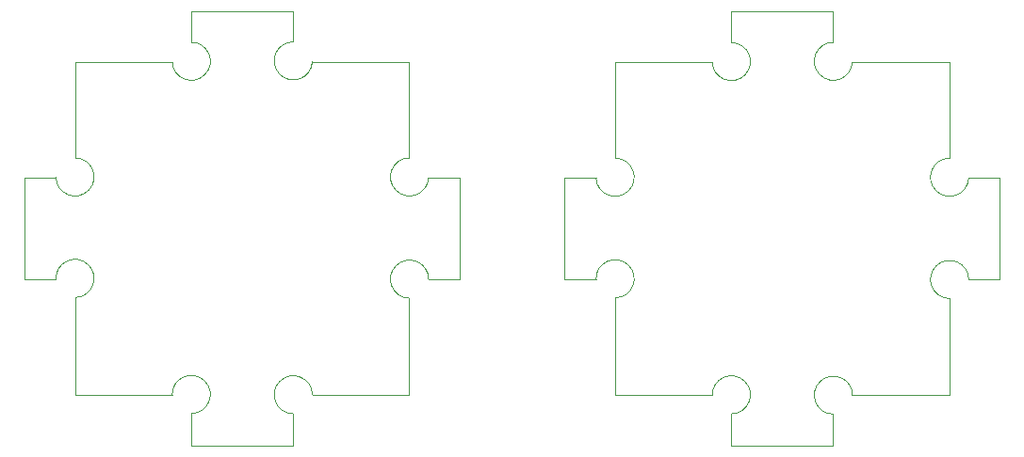
<source format=gbr>
G04 #@! TF.GenerationSoftware,KiCad,Pcbnew,(5.1.2-1)-1*
G04 #@! TF.CreationDate,2019-05-15T15:10:05-07:00*
G04 #@! TF.ProjectId,Box2Side2,426f7832-5369-4646-9532-2e6b69636164,rev?*
G04 #@! TF.SameCoordinates,Original*
G04 #@! TF.FileFunction,Profile,NP*
%FSLAX46Y46*%
G04 Gerber Fmt 4.6, Leading zero omitted, Abs format (unit mm)*
G04 Created by KiCad (PCBNEW (5.1.2-1)-1) date 2019-05-15 15:10:05*
%MOMM*%
%LPD*%
G04 APERTURE LIST*
%ADD10C,0.050800*%
G04 APERTURE END LIST*
D10*
X146876209Y-27200017D02*
X138165036Y-27200017D01*
X136429813Y-46772011D02*
G75*
G02X138165036Y-48417278I1713108J69091D01*
G01*
X133617827Y-46772012D02*
X136429813Y-46772012D01*
X148593057Y-25436090D02*
G75*
G02X146876209Y-27200017I-3061J-1714497D01*
G01*
X136429549Y-37628012D02*
X133617827Y-37628012D01*
X133617827Y-37628012D02*
X133617827Y-46772012D01*
X138165037Y-35851360D02*
G75*
G02X136429549Y-37628012I-22120J-1714357D01*
G01*
X148593057Y-22652782D02*
X148593057Y-25436090D01*
X157737032Y-22652782D02*
X148593057Y-22652782D01*
X157737032Y-25404282D02*
X157737032Y-22652782D01*
X159471714Y-27200018D02*
G75*
G02X157737032Y-25404282I-1712568J81379D01*
G01*
X168165053Y-27200017D02*
X159471714Y-27200017D01*
X168165053Y-35851713D02*
X168165053Y-27200017D01*
X169919595Y-37628012D02*
G75*
G02X168165053Y-35851713I-1713367J62294D01*
G01*
X172712262Y-37628012D02*
X169919596Y-37628012D01*
X172712262Y-46772012D02*
X172712262Y-37628012D01*
X169920720Y-46772012D02*
X172712262Y-46772012D01*
X168165054Y-48480823D02*
G75*
G02X169920720Y-46772012I41174J1714006D01*
G01*
X168165053Y-57200008D02*
X168165053Y-48480822D01*
X159473555Y-57200008D02*
X168165053Y-57200008D01*
X157737032Y-58896306D02*
G75*
G02X159473555Y-57200008I22118J1714357D01*
G01*
X157737032Y-61747243D02*
X157737032Y-58896306D01*
X148593057Y-61747243D02*
X157737032Y-61747243D01*
X138165036Y-57200008D02*
X146876229Y-57200008D01*
X138165036Y-48417278D02*
X138165036Y-57200008D01*
X138165036Y-27200017D02*
X138165036Y-35851359D01*
X148593057Y-58864498D02*
X148593057Y-61747243D01*
X146876228Y-57200008D02*
G75*
G02X148593057Y-58864498I1713772J50008D01*
G01*
X89625886Y-27168068D02*
X89625886Y-35819410D01*
X85078677Y-37596063D02*
X85078677Y-46740063D01*
X124173112Y-46740063D02*
X124173112Y-37596063D01*
X121381570Y-46740063D02*
X124173112Y-46740063D01*
X109197882Y-61715294D02*
X109197882Y-58864357D01*
X100053907Y-61715294D02*
X109197882Y-61715294D01*
X89625886Y-48385329D02*
X89625886Y-57168059D01*
X110932564Y-27168069D02*
G75*
G02X109197882Y-25372333I-1712568J81379D01*
G01*
X119625903Y-27168068D02*
X110932564Y-27168068D01*
X119625903Y-35819764D02*
X119625903Y-27168068D01*
X89625887Y-35819411D02*
G75*
G02X87890399Y-37596063I-22120J-1714357D01*
G01*
X98337059Y-27168068D02*
X89625886Y-27168068D01*
X121380445Y-37596063D02*
G75*
G02X119625903Y-35819764I-1713367J62294D01*
G01*
X124173112Y-37596063D02*
X121380446Y-37596063D01*
X100053907Y-25404141D02*
G75*
G02X98337059Y-27168068I-3061J-1714497D01*
G01*
X87890663Y-46740062D02*
G75*
G02X89625886Y-48385329I1713108J69091D01*
G01*
X89625886Y-57168059D02*
X98337079Y-57168059D01*
X100053907Y-58832549D02*
X100053907Y-61715294D01*
X98337078Y-57168059D02*
G75*
G02X100053907Y-58832549I1713772J50008D01*
G01*
X85078677Y-46740063D02*
X87890663Y-46740063D01*
X87890399Y-37596063D02*
X85078677Y-37596063D01*
X119625904Y-48448874D02*
G75*
G02X121381570Y-46740063I41174J1714006D01*
G01*
X119625903Y-57168059D02*
X119625903Y-48448873D01*
X100053907Y-22620833D02*
X100053907Y-25404141D01*
X109197882Y-22620833D02*
X100053907Y-22620833D01*
X109197882Y-25372333D02*
X109197882Y-22620833D01*
X110934405Y-57168059D02*
X119625903Y-57168059D01*
X109197882Y-58864357D02*
G75*
G02X110934405Y-57168059I22118J1714357D01*
G01*
M02*

</source>
